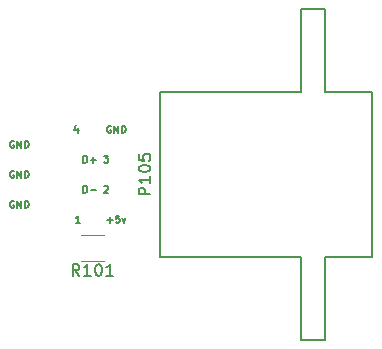
<source format=gbr>
G04 #@! TF.GenerationSoftware,KiCad,Pcbnew,(5.1.5)*
G04 #@! TF.CreationDate,2019-12-08T12:45:36-05:00*
G04 #@! TF.ProjectId,usbbbrkout,75736262-6272-46b6-9f75-742e6b696361,v1.0.0*
G04 #@! TF.SameCoordinates,Original*
G04 #@! TF.FileFunction,Legend,Top*
G04 #@! TF.FilePolarity,Positive*
%FSLAX46Y46*%
G04 Gerber Fmt 4.6, Leading zero omitted, Abs format (unit mm)*
G04 Created by KiCad (PCBNEW (5.1.5)) date 2019-12-08 12:45:36*
%MOMM*%
%LPD*%
G04 APERTURE LIST*
%ADD10C,0.127000*%
%ADD11C,0.150000*%
%ADD12C,0.120000*%
%ADD13C,1.244600*%
%ADD14C,3.276600*%
%ADD15C,1.625600*%
%ADD16C,4.701600*%
%ADD17C,1.752600*%
%ADD18R,1.301600X1.801600*%
G04 APERTURE END LIST*
D10*
X138290450Y-103141428D02*
X138290450Y-102541428D01*
X138433307Y-102541428D01*
X138519021Y-102570000D01*
X138576164Y-102627142D01*
X138604735Y-102684285D01*
X138633307Y-102798571D01*
X138633307Y-102884285D01*
X138604735Y-102998571D01*
X138576164Y-103055714D01*
X138519021Y-103112857D01*
X138433307Y-103141428D01*
X138290450Y-103141428D01*
X138890450Y-102912857D02*
X139347592Y-102912857D01*
X138290450Y-100601428D02*
X138290450Y-100001428D01*
X138433307Y-100001428D01*
X138519021Y-100030000D01*
X138576164Y-100087142D01*
X138604735Y-100144285D01*
X138633307Y-100258571D01*
X138633307Y-100344285D01*
X138604735Y-100458571D01*
X138576164Y-100515714D01*
X138519021Y-100572857D01*
X138433307Y-100601428D01*
X138290450Y-100601428D01*
X138890450Y-100372857D02*
X139347592Y-100372857D01*
X139119021Y-100601428D02*
X139119021Y-100144285D01*
X140306407Y-105452857D02*
X140763550Y-105452857D01*
X140534978Y-105681428D02*
X140534978Y-105224285D01*
X141334978Y-105081428D02*
X141049264Y-105081428D01*
X141020692Y-105367142D01*
X141049264Y-105338571D01*
X141106407Y-105310000D01*
X141249264Y-105310000D01*
X141306407Y-105338571D01*
X141334978Y-105367142D01*
X141363550Y-105424285D01*
X141363550Y-105567142D01*
X141334978Y-105624285D01*
X141306407Y-105652857D01*
X141249264Y-105681428D01*
X141106407Y-105681428D01*
X141049264Y-105652857D01*
X141020692Y-105624285D01*
X141563550Y-105281428D02*
X141706407Y-105681428D01*
X141849264Y-105281428D01*
X140620692Y-97490000D02*
X140563550Y-97461428D01*
X140477835Y-97461428D01*
X140392121Y-97490000D01*
X140334978Y-97547142D01*
X140306407Y-97604285D01*
X140277835Y-97718571D01*
X140277835Y-97804285D01*
X140306407Y-97918571D01*
X140334978Y-97975714D01*
X140392121Y-98032857D01*
X140477835Y-98061428D01*
X140534978Y-98061428D01*
X140620692Y-98032857D01*
X140649264Y-98004285D01*
X140649264Y-97804285D01*
X140534978Y-97804285D01*
X140906407Y-98061428D02*
X140906407Y-97461428D01*
X141249264Y-98061428D01*
X141249264Y-97461428D01*
X141534978Y-98061428D02*
X141534978Y-97461428D01*
X141677835Y-97461428D01*
X141763550Y-97490000D01*
X141820692Y-97547142D01*
X141849264Y-97604285D01*
X141877835Y-97718571D01*
X141877835Y-97804285D01*
X141849264Y-97918571D01*
X141820692Y-97975714D01*
X141763550Y-98032857D01*
X141677835Y-98061428D01*
X141534978Y-98061428D01*
X137795021Y-97661428D02*
X137795021Y-98061428D01*
X137652164Y-97432857D02*
X137509307Y-97861428D01*
X137880735Y-97861428D01*
X140020735Y-100001428D02*
X140392164Y-100001428D01*
X140192164Y-100230000D01*
X140277878Y-100230000D01*
X140335021Y-100258571D01*
X140363592Y-100287142D01*
X140392164Y-100344285D01*
X140392164Y-100487142D01*
X140363592Y-100544285D01*
X140335021Y-100572857D01*
X140277878Y-100601428D01*
X140106450Y-100601428D01*
X140049307Y-100572857D01*
X140020735Y-100544285D01*
X140049307Y-102598571D02*
X140077878Y-102570000D01*
X140135021Y-102541428D01*
X140277878Y-102541428D01*
X140335021Y-102570000D01*
X140363592Y-102598571D01*
X140392164Y-102655714D01*
X140392164Y-102712857D01*
X140363592Y-102798571D01*
X140020735Y-103141428D01*
X140392164Y-103141428D01*
X137979164Y-105681428D02*
X137636307Y-105681428D01*
X137807735Y-105681428D02*
X137807735Y-105081428D01*
X137750592Y-105167142D01*
X137693450Y-105224285D01*
X137636307Y-105252857D01*
X132404021Y-103840000D02*
X132346878Y-103811428D01*
X132261164Y-103811428D01*
X132175450Y-103840000D01*
X132118307Y-103897142D01*
X132089735Y-103954285D01*
X132061164Y-104068571D01*
X132061164Y-104154285D01*
X132089735Y-104268571D01*
X132118307Y-104325714D01*
X132175450Y-104382857D01*
X132261164Y-104411428D01*
X132318307Y-104411428D01*
X132404021Y-104382857D01*
X132432592Y-104354285D01*
X132432592Y-104154285D01*
X132318307Y-104154285D01*
X132689735Y-104411428D02*
X132689735Y-103811428D01*
X133032592Y-104411428D01*
X133032592Y-103811428D01*
X133318307Y-104411428D02*
X133318307Y-103811428D01*
X133461164Y-103811428D01*
X133546878Y-103840000D01*
X133604021Y-103897142D01*
X133632592Y-103954285D01*
X133661164Y-104068571D01*
X133661164Y-104154285D01*
X133632592Y-104268571D01*
X133604021Y-104325714D01*
X133546878Y-104382857D01*
X133461164Y-104411428D01*
X133318307Y-104411428D01*
X132404021Y-101300000D02*
X132346878Y-101271428D01*
X132261164Y-101271428D01*
X132175450Y-101300000D01*
X132118307Y-101357142D01*
X132089735Y-101414285D01*
X132061164Y-101528571D01*
X132061164Y-101614285D01*
X132089735Y-101728571D01*
X132118307Y-101785714D01*
X132175450Y-101842857D01*
X132261164Y-101871428D01*
X132318307Y-101871428D01*
X132404021Y-101842857D01*
X132432592Y-101814285D01*
X132432592Y-101614285D01*
X132318307Y-101614285D01*
X132689735Y-101871428D02*
X132689735Y-101271428D01*
X133032592Y-101871428D01*
X133032592Y-101271428D01*
X133318307Y-101871428D02*
X133318307Y-101271428D01*
X133461164Y-101271428D01*
X133546878Y-101300000D01*
X133604021Y-101357142D01*
X133632592Y-101414285D01*
X133661164Y-101528571D01*
X133661164Y-101614285D01*
X133632592Y-101728571D01*
X133604021Y-101785714D01*
X133546878Y-101842857D01*
X133461164Y-101871428D01*
X133318307Y-101871428D01*
X132404021Y-98760000D02*
X132346878Y-98731428D01*
X132261164Y-98731428D01*
X132175450Y-98760000D01*
X132118307Y-98817142D01*
X132089735Y-98874285D01*
X132061164Y-98988571D01*
X132061164Y-99074285D01*
X132089735Y-99188571D01*
X132118307Y-99245714D01*
X132175450Y-99302857D01*
X132261164Y-99331428D01*
X132318307Y-99331428D01*
X132404021Y-99302857D01*
X132432592Y-99274285D01*
X132432592Y-99074285D01*
X132318307Y-99074285D01*
X132689735Y-99331428D02*
X132689735Y-98731428D01*
X133032592Y-99331428D01*
X133032592Y-98731428D01*
X133318307Y-99331428D02*
X133318307Y-98731428D01*
X133461164Y-98731428D01*
X133546878Y-98760000D01*
X133604021Y-98817142D01*
X133632592Y-98874285D01*
X133661164Y-98988571D01*
X133661164Y-99074285D01*
X133632592Y-99188571D01*
X133604021Y-99245714D01*
X133546878Y-99302857D01*
X133461164Y-99331428D01*
X133318307Y-99331428D01*
D11*
X158750000Y-108600000D02*
X158750000Y-115600000D01*
X162750000Y-108600000D02*
X158750000Y-108600000D01*
X162750000Y-94600000D02*
X162750000Y-108600000D01*
X158750000Y-94600000D02*
X162750000Y-94600000D01*
X158750000Y-87600000D02*
X158750000Y-94600000D01*
X156750000Y-87600000D02*
X158750000Y-87600000D01*
X156750000Y-94600000D02*
X156750000Y-87600000D01*
X144750000Y-94600000D02*
X156750000Y-94600000D01*
X144750000Y-108600000D02*
X144750000Y-94600000D01*
X156750000Y-108600000D02*
X144750000Y-108600000D01*
X156750000Y-115600000D02*
X156750000Y-108600000D01*
X158750000Y-115600000D02*
X156750000Y-115600000D01*
D12*
X140065000Y-108893000D02*
X138065000Y-108893000D01*
X138065000Y-106753000D02*
X140065000Y-106753000D01*
D11*
X143962380Y-103290476D02*
X142962380Y-103290476D01*
X142962380Y-102909523D01*
X143010000Y-102814285D01*
X143057619Y-102766666D01*
X143152857Y-102719047D01*
X143295714Y-102719047D01*
X143390952Y-102766666D01*
X143438571Y-102814285D01*
X143486190Y-102909523D01*
X143486190Y-103290476D01*
X143962380Y-101766666D02*
X143962380Y-102338095D01*
X143962380Y-102052380D02*
X142962380Y-102052380D01*
X143105238Y-102147619D01*
X143200476Y-102242857D01*
X143248095Y-102338095D01*
X142962380Y-101147619D02*
X142962380Y-101052380D01*
X143010000Y-100957142D01*
X143057619Y-100909523D01*
X143152857Y-100861904D01*
X143343333Y-100814285D01*
X143581428Y-100814285D01*
X143771904Y-100861904D01*
X143867142Y-100909523D01*
X143914761Y-100957142D01*
X143962380Y-101052380D01*
X143962380Y-101147619D01*
X143914761Y-101242857D01*
X143867142Y-101290476D01*
X143771904Y-101338095D01*
X143581428Y-101385714D01*
X143343333Y-101385714D01*
X143152857Y-101338095D01*
X143057619Y-101290476D01*
X143010000Y-101242857D01*
X142962380Y-101147619D01*
X142962380Y-99909523D02*
X142962380Y-100385714D01*
X143438571Y-100433333D01*
X143390952Y-100385714D01*
X143343333Y-100290476D01*
X143343333Y-100052380D01*
X143390952Y-99957142D01*
X143438571Y-99909523D01*
X143533809Y-99861904D01*
X143771904Y-99861904D01*
X143867142Y-99909523D01*
X143914761Y-99957142D01*
X143962380Y-100052380D01*
X143962380Y-100290476D01*
X143914761Y-100385714D01*
X143867142Y-100433333D01*
X137945952Y-110180380D02*
X137612619Y-109704190D01*
X137374523Y-110180380D02*
X137374523Y-109180380D01*
X137755476Y-109180380D01*
X137850714Y-109228000D01*
X137898333Y-109275619D01*
X137945952Y-109370857D01*
X137945952Y-109513714D01*
X137898333Y-109608952D01*
X137850714Y-109656571D01*
X137755476Y-109704190D01*
X137374523Y-109704190D01*
X138898333Y-110180380D02*
X138326904Y-110180380D01*
X138612619Y-110180380D02*
X138612619Y-109180380D01*
X138517380Y-109323238D01*
X138422142Y-109418476D01*
X138326904Y-109466095D01*
X139517380Y-109180380D02*
X139612619Y-109180380D01*
X139707857Y-109228000D01*
X139755476Y-109275619D01*
X139803095Y-109370857D01*
X139850714Y-109561333D01*
X139850714Y-109799428D01*
X139803095Y-109989904D01*
X139755476Y-110085142D01*
X139707857Y-110132761D01*
X139612619Y-110180380D01*
X139517380Y-110180380D01*
X139422142Y-110132761D01*
X139374523Y-110085142D01*
X139326904Y-109989904D01*
X139279285Y-109799428D01*
X139279285Y-109561333D01*
X139326904Y-109370857D01*
X139374523Y-109275619D01*
X139422142Y-109228000D01*
X139517380Y-109180380D01*
X140803095Y-110180380D02*
X140231666Y-110180380D01*
X140517380Y-110180380D02*
X140517380Y-109180380D01*
X140422142Y-109323238D01*
X140326904Y-109418476D01*
X140231666Y-109466095D01*
%LPC*%
D13*
X134620000Y-104140000D03*
X134620000Y-99060000D03*
X134620000Y-101600000D03*
D14*
X132080000Y-107950000D03*
X132080000Y-95250000D03*
D13*
X129540000Y-101600000D03*
D15*
X139065000Y-105410000D03*
X141605000Y-102870000D03*
X141605000Y-100330000D03*
X139065000Y-97790000D03*
D16*
X153250000Y-105600000D03*
X153250000Y-97600000D03*
D17*
X146760000Y-100350000D03*
X148760000Y-100350000D03*
X146760000Y-102850000D03*
X148760000Y-102850000D03*
D18*
X137465000Y-107823000D03*
X140665000Y-107823000D03*
D15*
X136525000Y-102870000D03*
M02*

</source>
